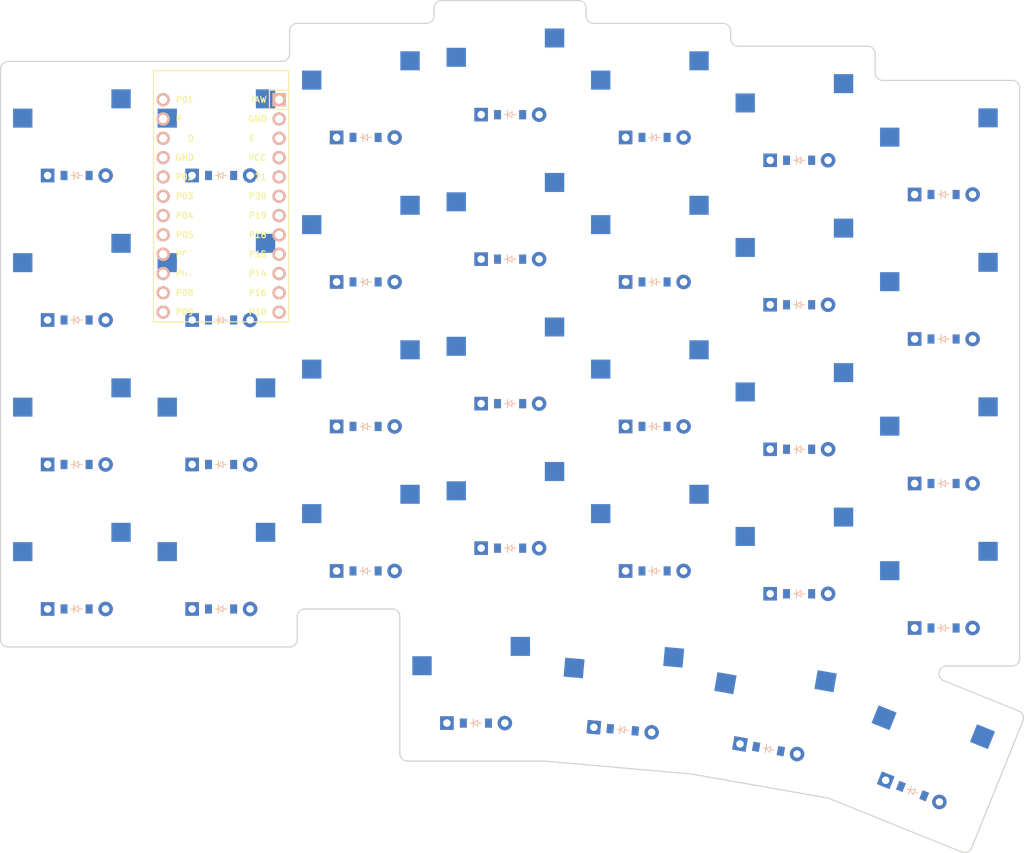
<source format=kicad_pcb>
(kicad_pcb (version 20240108) (generator "pcbnew") (generator_version "8.0")
  (title_block (title "altair") (rev "v1.0.0") (company "Unknown"))
  (layers (0 "F.Cu" signal) (31 "B.Cu" signal) (34 "B.Paste" user) (35 "F.Paste" user) (36 "B.SilkS" user "B.Silkscreen") (37 "F.SilkS" user "F.Silkscreen") (38 "B.Mask" user) (39 "F.Mask" user) (44 "Edge.Cuts" user))
  (net 0 "")
  (net 1 "left_bottom")
  (net 2 "left_home")
  (net 3 "left_top")
  (net 4 "left_num")
  (net 5 "pinky_bottom")
  (net 6 "pinky_home")
  (net 7 "pinky_top")
  (net 8 "pinky_num")
  (net 9 "ring_bottom")
  (net 10 "ring_home")
  (net 11 "ring_top")
  (net 12 "ring_num")
  (net 13 "middle_bottom")
  (net 14 "middle_home")
  (net 15 "middle_top")
  (net 16 "middle_num")
  (net 17 "index_bottom")
  (net 18 "index_home")
  (net 19 "index_top")
  (net 20 "index_num")
  (net 21 "inner_bottom")
  (net 22 "inner_home")
  (net 23 "inner_top")
  (net 24 "inner_num")
  (net 25 "right_bottom")
  (net 26 "right_home")
  (net 27 "right_top")
  (net 28 "right_num")
  (net 29 "left_thumb")
  (net 30 "home_thumb")
  (net 31 "far_thumb")
  (net 32 "out_thumb")
  (net 33 "RAW")
  (net 34 "GND")
  (net 35 "RST")
  (net 36 "VCC")
  (net 37 "P21")
  (net 38 "P20")
  (net 39 "P19")
  (net 40 "P18")
  (net 41 "P15")
  (net 42 "P14")
  (net 43 "P16")
  (net 44 "P10")
  (net 45 "P1")
  (net 46 "P0")
  (net 47 "P2")
  (net 48 "P3")
  (net 49 "P4")
  (net 50 "P5")
  (net 51 "P6")
  (net 52 "P7")
  (net 53 "P8")
  (net 54 "P9")
  (footprint "ComboDiode" (layer "F.Cu") (at 214 50.5)
    (property "Reference" "D28" (hide yes))
    (property "Value" "" (hide yes))
    (pad "1" thru_hole rect (at -3.81 0) (size 1.778 1.778) (drill 0.9906) (layers "*.Cu" "*.Mask"))
    (pad "1" smd rect (at -1.65 0) (size 0.9 1.2) (layers "F.Cu" "F.Paste" "F.Mask"))
    (pad "1" smd rect (at -1.65 0) (size 0.9 1.2) (layers "B.Cu" "B.Paste" "B.Mask"))
    (pad "2" smd rect (at 1.65 0) (size 0.9 1.2) (layers "F.Cu" "F.Paste" "F.Mask") (net 28 "right_num"))
    (pad "2" smd rect (at 1.65 0) (size 0.9 1.2) (layers "B.Cu" "B.Paste" "B.Mask") (net 28 "right_num"))
    (pad "2" thru_hole circle (at 3.81 0) (size 1.905 1.905) (drill 0.9906) (layers "*.Cu" "*.Mask") (net 28 "right_num"))
  )
  (footprint "MX" (layer "F.Cu") (at 119 62)
    (property "Reference" "S7" (hide yes))
    (property "Value" "" (hide yes))
    (pad "" np_thru_hole circle (at -5.08 0) (size 1.7018 1.7018) (drill 1.7018) (layers "*.Cu" "*.Mask"))
    (pad "" np_thru_hole circle (at -3.81 -2.54) (size 3 3) (drill 3) (layers "*.Cu" "*.Mask"))
    (pad "" np_thru_hole circle (at 0 0) (size 3.9878 3.9878) (drill 3.9878) (layers "*.Cu" "*.Mask"))
    (pad "" np_thru_hole circle (at 2.54 -5.08) (size 3 3) (drill 3) (layers "*.Cu" "*.Mask"))
    (pad "" np_thru_hole circle (at 5.08 0) (size 1.7018 1.7018) (drill 1.7018) (layers "*.Cu" "*.Mask"))
    (pad "1" smd rect (at -7.085 -2.54) (size 2.55 2.5) (layers "B.Cu" "B.Paste" "B.Mask"))
    (pad "2" smd rect (at 5.842 -5.08) (size 2.55 2.5) (layers "B.Cu" "B.Paste" "B.Mask") (net 7 "pinky_top"))
  )
  (footprint "MX" (layer "F.Cu") (at 195 60)
    (property "Reference" "S23" (hide yes))
    (property "Value" "" (hide yes))
    (pad "" np_thru_hole circle (at -5.08 0) (size 1.7018 1.7018) (drill 1.7018) (layers "*.Cu" "*.Mask"))
    (pad "" np_thru_hole circle (at -3.81 -2.54) (size 3 3) (drill 3) (layers "*.Cu" "*.Mask"))
    (pad "" np_thru_hole circle (at 0 0) (size 3.9878 3.9878) (drill 3.9878) (layers "*.Cu" "*.Mask"))
    (pad "" np_thru_hole circle (at 2.54 -5.08) (size 3 3) (drill 3) (layers "*.Cu" "*.Mask"))
    (pad "" np_thru_hole circle (at 5.08 0) (size 1.7018 1.7018) (drill 1.7018) (layers "*.Cu" "*.Mask"))
    (pad "1" smd rect (at -7.085 -2.54) (size 2.55 2.5) (layers "B.Cu" "B.Paste" "B.Mask"))
    (pad "2" smd rect (at 5.842 -5.08) (size 2.55 2.5) (layers "B.Cu" "B.Paste" "B.Mask") (net 23 "inner_top"))
  )
  (footprint "MX" (layer "F.Cu") (at 191.844304 118.485925 -10)
    (property "Reference" "S31" (hide yes))
    (property "Value" "" (hide yes))
    (pad "" np_thru_hole circle (at -5.08 0) (size 1.7018 1.7018) (drill 1.7018) (layers "*.Cu" "*.Mask"))
    (pad "" np_thru_hole circle (at -3.81 -2.54) (size 3 3) (drill 3) (layers "*.Cu" "*.Mask"))
    (pad "" np_thru_hole circle (at 0 0) (size 3.9878 3.9878) (drill 3.9878) (layers "*.Cu" "*.Mask"))
    (pad "" np_thru_hole circle (at 2.54 -5.08) (size 3 3) (drill 3) (layers "*.Cu" "*.Mask"))
    (pad "" np_thru_hole circle (at 5.08 0) (size 1.7018 1.7018) (drill 1.7018) (layers "*.Cu" "*.Mask"))
    (pad "1" smd rect (at -7.085 -2.54 350) (size 2.55 2.5) (layers "B.Cu" "B.Paste" "B.Mask"))
    (pad "2" smd rect (at 5.842 -5.08 350) (size 2.55 2.5) (layers "B.Cu" "B.Paste" "B.Mask") (net 31 "far_thumb"))
  )
  (footprint "ProMicro" (layer "F.Cu") (at 119 52 -90)
    (property "Reference" "MCU1" (hide yes))
    (property "Value" "" (hide yes))
    (fp_text user "P10" (at 13.97 -4.8 0) (layer "F.SilkS") (effects (font (size 0.8 0.8))))
    (fp_text user "P01" (at -13.97 4.8 0) (layer "F.SilkS") (effects (font (size 0.8 0.8))))
    (fp_text user "P09" (at 13.97 4.8 0) (layer "F.SilkS") (effects (font (size 0.8 0.8))))
    (fp_text user "P16" (at 11.43 -4.8 0) (layer "F.SilkS") (effects (font (size 0.8 0.8))))
    (fp_text user "P02" (at -3.81 4.8 0) (layer "F.SilkS") (effects (font (size 0.8 0.8))))
    (fp_text user "P06" (at 6.35 4.8 0) (layer "F.SilkS") (effects (font (size 0.8 0.8))))
    (fp_text user "GND" (at -8.89 4.8 0) (layer "F.SilkS") (effects (font (size 0.8 0.8))))
    (fp_text user "P15" (at 6.35 -4.8 0) (layer "F.SilkS") (effects (font (size 0.8 0.8))))
    (fp_text user "P19" (at 1.27 -4.8 0) (layer "F.SilkS") (effects (font (size 0.8 0.8))))
    (fp_text user "P14" (at 8.89 -4.8 0) (layer "F.SilkS") (effects (font (size 0.8 0.8))))
    (fp_text user "P08" (at 11.43 4.8 0) (layer "F.SilkS") (effects (font (size 0.8 0.8))))
    (fp_text user "P05" (at 3.81 4.8 0) (layer "F.SilkS") (effects (font (size 0.8 0.8))))
    (fp_text user "VCC" (at -6.35 -4.8 0) (layer "F.SilkS") (effects (font (size 0.8 0.8))))
    (fp_text user "P07" (at 8.89 4.8 0) (layer "F.SilkS") (effects (font (size 0.8 0.8))))
    (fp_text user "P00" (at -11.43 4.8 0) (layer "F.SilkS") (effects (font (size 0.8 0.8))))
    (fp_text user "P18" (at 3.81 -4.8 0) (layer "F.SilkS") (effects (font (size 0.8 0.8))))
    (fp_text user "P04" (at 1.27 4.8 0) (layer "F.SilkS") (effects (font (size 0.8 0.8))))
    (fp_text user "P21" (at -3.81 -4.8 0) (layer "F.SilkS") (effects (font (size 0.8 0.8))))
    (fp_text user "GND" (at -11.43 -4.8 0) (layer "F.SilkS") (effects (font (size 0.8 0.8))))
    (fp_text user "P03" (at -1.27 4.8 0) (layer "F.SilkS") (effects (font (size 0.8 0.8))))
    (fp_text user "RAW" (at -13.97 -4.8 0) (layer "F.SilkS") (effects (font (size 0.8 0.8))))
    (fp_text user "P20" (at -1.27 -4.8 0) (layer "F.SilkS") (effects (font (size 0.8 0.8))))
    (fp_text user "RST" (at -8.89 -4.8 0) (layer "F.SilkS") (effects (font (size 0.8 0.8))))
    (fp_text user "GND" (at -6.35 4.8 0) (layer "F.SilkS") (effects (font (size 0.8 0.8))))
    (pad "1" thru_hole rect (at -13.97 -7.62 270) (size 1.7526 1.7526) (drill 1.0922) (layers "*.Cu" "*.SilkS" "*.Mask") (net 33 "RAW"))
    (pad "2" thru_hole circle (at -11.43 -7.62) (size 1.7526 1.7526) (drill 1.0922) (layers "*.Cu" "*.SilkS" "*.Mask") (net 34 "GND"))
    (pad "3" thru_hole circle (at -8.89 -7.62) (size 1.7526 1.7526) (drill 1.0922) (layers "*.Cu" "*.SilkS" "*.Mask") (net 35 "RST"))
    (pad "4" thru_hole circle (at -6.35 -7.62) (size 1.7526 1.7526) (drill 1.0922) (layers "*.Cu" "*.SilkS" "*.Mask") (net 36 "VCC"))
    (pad "5" thru_hole circle (at -3.81 -7.62) (size 1.7526 1.7526) (drill 1.0922) (layers "*.Cu" "*.SilkS" "*.Mask") (net 37 "P21"))
    (pad "6" thru_hole circle (at -1.27 -7.62) (size 1.7526 1.7526) (drill 1.0922) (layers "*.Cu" "*.SilkS" "*.Mask") (net 38 "P20"))
    (pad "7" thru_hole circle (at 1.27 -7.62) (size 1.7526 1.7526) (drill 1.0922) (layers "*.Cu" "*.SilkS" "*.Mask") (net 39 "P19"))
    (pad "8" thru_hole circle (at 3.81 -7.62) (size 1.7526 1.7526) (drill 1.0922) (layers "*.Cu" "*.SilkS" "*.Mask") (net 40 "P18"))
    (pad "9" thru_hole circle (at 6.35 -7.62) (size 1.7526 1.7526) (drill 1.0922) (layers "*.Cu" "*.SilkS" "*.Mask") (net 41 "P15"))
    (pad "10" thru_hole circle (at 8.89 -7.62) (size 1.7526 1.7526) (drill 1.0922) (layers "*.Cu" "*.SilkS" "*.Mask") (net 42 "P14"))
    (pad "11" thru_hole circle (at 11.43 -7.62) (size 1.7526 1.7526) (drill 1.0922) (layers "*.Cu" "*.SilkS" "*.Mask") (net 43 "P16"))
    (pad "12" thru_hole circle (at 13.97 -7.62) (size 1.7526 1.7526) (drill 1.0922) (layers "*.Cu" "*.SilkS" "*.Mask") (net 44 "P10"))
    (pad "13" thru_hole circle (at -13.97 7.62) (size 1.7526 1.7526) (drill 1.0922) (layers "*.Cu" "*.SilkS" "*.Mask") (net 45 "P1"))
    (pad "14" thru_hole circle (at -11.43 7.62) (size 1.7526 1.7526) (drill 1.0922) (layers "*.Cu" "*.SilkS" "*.Mask") (net 46 "P0"))
    (pad "15" thru_hole circle (at -8.89 7.62) (size 1.7526 1.7526) (drill 1.0922) (layers "*.Cu" "*.SilkS" "*.Mask") (net 34 "GND"))
    (pad "16" thru_hole circle (at -6.35 7.62) (size 1.7526 1.7526) (drill 1.0922) (layers "*.Cu" "*.SilkS" "*.Mask") (net 34 "GND"))
    (pad "17" thru_hole circle (at -3.81 7.62) (size 1.7526 1.7526) (drill 1.0922) (layers "*.Cu" "*.SilkS" "*.Mask") (net 47 "P2"))
    (pad "18" thru_hole circle (at -1.27 7.62) (size 1.7526 1.7526) (drill 1.0922) (layers "*.Cu" "*.SilkS" "*.Mask") (net 48 "P3"))
    (pad "19" thru_hole circle (at 1.27 7.62) (size 1.7526 1.7526) (drill 1.0922) (layers "*.Cu" "*.SilkS" "*.Mask") (net 49 "P4"))
    (pad "20" thru_hole circle (at 3.81 7.62) (size 1.7526 1.7526) (drill 1.0922) (layers "*.Cu" "*.SilkS" "*.Mask") (net 50 "P5"))
    (pad "21" thru_hole circle (at 6.35 7.62) (size 1.7526 1.7526) (drill 1.0922) (layers "*.Cu" "*.SilkS" "*.Mask") (net 51 "P6"))
    (pad "22" thru_hole circle (at 8.89 7.62) (size 1.7526 1.7526) (drill 1.0922) (layers "*.Cu" "*.SilkS" "*.Mask") (net 52 "P7"))
    (pad "23" thru_hole circle (at 11.43 7.62) (size 1.7526 1.7526) (drill 1.0922) (layers "*.Cu" "*.SilkS" "*.Mask") (net 53 "P8"))
    (pad "24" thru_hole circle (at 13.97 7.62) (size 1.7526 1.7526) (drill 1.0922) (layers "*.Cu" "*.SilkS" "*.Mask") (net 54 "P9"))
  )
  (footprint "MX" (layer "F.Cu") (at 138 38)
    (property "Reference" "S12" (hide yes))
    (property "Value" "" (hide yes))
    (pad "" np_thru_hole circle (at -5.08 0) (size 1.7018 1.7018) (drill 1.7018) (layers "*.Cu" "*.Mask"))
    (pad "" np_thru_hole circle (at -3.81 -2.54) (size 3 3) (drill 3) (layers "*.Cu" "*.Mask"))
    (pad "" np_thru_hole circle (at 0 0) (size 3.9878 3.9878) (drill 3.9878) (layers "*.Cu" "*.Mask"))
    (pad "" np_thru_hole circle (at 2.54 -5.08) (size 3 3) (drill 3) (layers "*.Cu" "*.Mask"))
    (pad "" np_thru_hole circle (at 5.08 0) (size 1.7018 1.7018) (drill 1.7018) (layers "*.Cu" "*.Mask"))
    (pad "1" smd rect (at -7.085 -2.54) (size 2.55 2.5) (layers "B.Cu" "B.Paste" "B.Mask"))
    (pad "2" smd rect (at 5.842 -5.08) (size 2.55 2.5) (layers "B.Cu" "B.Paste" "B.Mask") (net 12 "ring_num"))
  )
  (footprint "ComboDiode" (layer "F.Cu") (at 100 48)
    (property "Reference" "D4" (hide yes))
    (property "Value" "" (hide yes))
    (pad "1" thru_hole rect (at -3.81 0) (size 1.778 1.778) (drill 0.9906) (layers "*.Cu" "*.Mask"))
    (pad "1" smd rect (at -1.65 0) (size 0.9 1.2) (layers "F.Cu" "F.Paste" "F.Mask"))
    (pad "1" smd rect (at -1.65 0) (size 0.9 1.2) (layers "B.Cu" "B.Paste" "B.Mask"))
    (pad "2" smd rect (at 1.65 0) (size 0.9 1.2) (layers "F.Cu" "F.Paste" "F.Mask") (net 4 "left_num"))
    (pad "2" smd rect (at 1.65 0) (size 0.9 1.2) (layers "B.Cu" "B.Paste" "B.Mask") (net 4 "left_num"))
    (pad "2" thru_hole circle (at 3.81 0) (size 1.905 1.905) (drill 0.9906) (layers "*.Cu" "*.Mask") (net 4 "left_num"))
  )
  (footprint "ComboDiode" (layer "F.Cu") (at 195 65)
    (property "Reference" "D23" (hide yes))
    (property "Value" "" (hide yes))
    (pad "1" thru_hole rect (at -3.81 0) (size 1.778 1.778) (drill 0.9906) (layers "*.Cu" "*.Mask"))
    (pad "1" smd rect (at -1.65 0) (size 0.9 1.2) (layers "F.Cu" "F.Paste" "F.Mask"))
    (pad "1" smd rect (at -1.65 0) (size 0.9 1.2) (layers "B.Cu" "B.Paste" "B.Mask"))
    (pad "2" smd rect (at 1.65 0) (size 0.9 1.2) (layers "F.Cu" "F.Paste" "F.Mask") (net 23 "inner_top"))
    (pad "2" smd rect (at 1.65 0) (size 0.9 1.2) (layers "B.Cu" "B.Paste" "B.Mask") (net 23 "inner_top"))
    (pad "2" thru_hole circle (at 3.81 0) (size 1.905 1.905) (drill 0.9906) (layers "*.Cu" "*.Mask") (net 23 "inner_top"))
  )
  (footprint "MX" (layer "F.Cu") (at 138 76)
    (property "Reference" "S10" (hide yes))
    (property "Value" "" (hide yes))
    (pad "" np_thru_hole circle (at -5.08 0) (size 1.7018 1.7018) (drill 1.7018) (layers "*.Cu" "*.Mask"))
    (pad "" np_thru_hole circle (at -3.81 -2.54) (size 3 3) (drill 3) (layers "*.Cu" "*.Mask"))
    (pad "" np_thru_hole circle (at 0 0) (size 3.9878 3.9878) (drill 3.9878) (layers "*.Cu" "*.Mask"))
    (pad "" np_thru_hole circle (at 2.54 -5.08) (size 3 3) (drill 3) (layers "*.Cu" "*.Mask"))
    (pad "" np_thru_hole circle (at 5.08 0) (size 1.7018 1.7018) (drill 1.7018) (layers "*.Cu" "*.Mask"))
    (pad "1" smd rect (at -7.085 -2.54) (size 2.55 2.5) (layers "B.Cu" "B.Paste" "B.Mask"))
    (pad "2" smd rect (at 5.842 -5.08) (size 2.55 2.5) (layers "B.Cu" "B.Paste" "B.Mask") (net 10 "ring_home"))
  )
  (footprint "MX" (layer "F.Cu") (at 157 92)
    (property "Reference" "S13" (hide yes))
    (property "Value" "" (hide yes))
    (pad "" np_thru_hole circle (at -5.08 0) (size 1.7018 1.7018) (drill 1.7018) (layers "*.Cu" "*.Mask"))
    (pad "" np_thru_hole circle (at -3.81 -2.54) (size 3 3) (drill 3) (layers "*.Cu" "*.Mask"))
    (pad "" np_thru_hole circle (at 0 0) (size 3.9878 3.9878) (drill 3.9878) (layers "*.Cu" "*.Mask"))
    (pad "" np_thru_hole circle (at 2.54 -5.08) (size 3 3) (drill 3) (layers "*.Cu" "*.Mask"))
    (pad "" np_thru_hole circle (at 5.08 0) (size 1.7018 1.7018) (drill 1.7018) (layers "*.Cu" "*.Mask"))
    (pad "1" smd rect (at -7.085 -2.54) (size 2.55 2.5) (layers "B.Cu" "B.Paste" "B.Mask"))
    (pad "2" smd rect (at 5.842 -5.08) (size 2.55 2.5) (layers "B.Cu" "B.Paste" "B.Mask") (net 13 "middle_bottom"))
  )
  (footprint "ComboDiode" (layer "F.Cu") (at 138 100)
    (property "Reference" "D9" (hide yes))
    (property "Value" "" (hide yes))
    (pad "1" thru_hole rect (at -3.81 0) (size 1.778 1.778) (drill 0.9906) (layers "*.Cu" "*.Mask"))
    (pad "1" smd rect (at -1.65 0) (size 0.9 1.2) (layers "F.Cu" "F.Paste" "F.Mask"))
    (pad "1" smd rect (at -1.65 0) (size 0.9 1.2) (layers "B.Cu" "B.Paste" "B.Mask"))
    (pad "2" smd rect (at 1.65 0) (size 0.9 1.2) (layers "F.Cu" "F.Paste" "F.Mask") (net 9 "ring_bottom"))
    (pad "2" smd rect (at 1.65 0) (size 0.9 1.2) (layers "B.Cu" "B.Paste" "B.Mask") (net 9 "ring_bottom"))
    (pad "2" thru_hole circle (at 3.81 0) (size 1.905 1.905) (drill 0.9906) (layers "*.Cu" "*.Mask") (net 9 "ring_bottom"))
  )
  (footprint "MX" (layer "F.Cu") (at 176 38)
    (property "Reference" "S20" (hide yes))
    (property "Value" "" (hide yes))
    (pad "" np_thru_hole circle (at -5.08 0) (size 1.7018 1.7018) (drill 1.7018) (layers "*.Cu" "*.Mask"))
    (pad "" np_thru_hole circle (at -3.81 -2.54) (size 3 3) (drill 3) (layers "*.Cu" "*.Mask"))
    (pad "" np_thru_hole circle (at 0 0) (size 3.9878 3.9878) (drill 3.9878) (layers "*.Cu" "*.Mask"))
    (pad "" np_thru_hole circle (at 2.54 -5.08) (size 3 3) (drill 3) (layers "*.Cu" "*.Mask"))
    (pad "" np_thru_hole circle (at 5.08 0) (size 1.7018 1.7018) (drill 1.7018) (layers "*.Cu" "*.Mask"))
    (pad "1" smd rect (at -7.085 -2.54) (size 2.55 2.5) (layers "B.Cu" "B.Paste" "B.Mask"))
    (pad "2" smd rect (at 5.842 -5.08) (size 2.55 2.5) (layers "B.Cu" "B.Paste" "B.Mask") (net 20 "index_num"))
  )
  (footprint "MX" (layer "F.Cu") (at 172.246349 115.905805 -5)
    (property "Reference" "S30" (hide yes))
    (property "Value" "" (hide yes))
    (pad "" np_thru_hole circle (at -5.08 0) (size 1.7018 1.7018) (drill 1.7018) (layers "*.Cu" "*.Mask"))
    (pad "" np_thru_hole circle (at -3.81 -2.54) (size 3 3) (drill 3) (layers "*.Cu" "*.Mask"))
    (pad "" np_thru_hole circle (at 0 0) (size 3.9878 3.9878) (drill 3.9878) (layers "*.Cu" "*.Mask"))
    (pad "" np_thru_hole circle (at 2.54 -5.08) (size 3 3) (drill 3) (layers "*.Cu" "*.Mask"))
    (pad "" np_thru_hole circle (at 5.08 0) (size 1.7018 1.7018) (drill 1.7018) (layers "*.Cu" "*.Mask"))
    (pad "1" smd rect (at -7.085 -2.54 355) (size 2.55 2.5) (layers "B.Cu" "B.Paste" "B.Mask"))
    (pad "2" smd rect (at 5.842 -5.08 355) (size 2.55 2.5) (layers "B.Cu" "B.Paste" "B.Mask") (net 30 "home_thumb"))
  )
  (footprint "ComboDiode" (layer "F.Cu") (at 119 67)
    (property "Reference" "D7" (hide yes))
    (property "Value" "" (hide yes))
    (pad "1" thru_hole rect (at -3.81 0) (size 1.778 1.778) (drill 0.9906) (layers "*.Cu" "*.Mask"))
    (pad "1" smd rect (at -1.65 0) (size 0.9 1.2) (layers "F.Cu" "F.Paste" "F.Mask"))
    (pad "1" smd rect (at -1.65 0) (size 0.9 1.2) (layers "B.Cu" "B.Paste" "B.Mask"))
    (pad "2" smd rect (at 1.65 0) (size 0.9 1.2) (layers "F.Cu" "F.Paste" "F.Mask") (net 7 "pinky_top"))
    (pad "2" smd rect (at 1.65 0) (size 0.9 1.2) (layers "B.Cu" "B.Paste" "B.Mask") (net 7 "pinky_top"))
    (pad "2" thru_hole circle (at 3.81 0) (size 1.905 1.905) (drill 0.9906) (layers "*.Cu" "*.Mask") (net 7 "pinky_top"))
  )
  (footprint "ComboDiode" (layer "F.Cu") (at 214 107.5)
    (property "Reference" "D25" (hide yes))
    (property "Value" "" (hide yes))
    (pad "1" thru_hole rect (at -3.81 0) (size 1.778 1.778) (drill 0.9906) (layers "*.Cu" "*.Mask"))
    (pad "1" smd rect (at -1.65 0) (size 0.9 1.2) (layers "F.Cu" "F.Paste" "F.Mask"))
    (pad "1" smd rect (at -1.65 0) (size 0.9 1.2) (layers "B.Cu" "B.Paste" "B.Mask"))
    (pad "2" smd rect (at 1.65 0) (size 0.9 1.2) (layers "F.Cu" "F.Paste" "F.Mask") (net 25 "right_bottom"))
    (pad "2" smd rect (at 1.65 0) (size 0.9 1.2) (layers "B.Cu" "B.Paste" "B.Mask") (net 25 "right_bottom"))
    (pad "2" thru_hole circle (at 3.81 0) (size 1.905 1.905) (drill 0.9906) (layers "*.Cu" "*.Mask") (net 25 "right_bottom"))
  )
  (footprint "MX" (layer "F.Cu") (at 176 57)
    (property "Reference" "S19" (hide yes))
    (property "Value" "" (hide yes))
    (pad "" np_thru_hole circle (at -5.08 0) (size 1.7018 1.7018) (drill 1.7018) (layers "*.Cu" "*.Mask"))
    (pad "" np_thru_hole circle (at -3.81 -2.54) (size 3 3) (drill 3) (layers "*.Cu" "*.Mask"))
    (pad "" np_thru_hole circle (at 0 0) (size 3.9878 3.9878) (drill 3.9878) (layers "*.Cu" "*.Mask"))
    (pad "" np_thru_hole circle (at 2.54 -5.08) (size 3 3) (drill 3) (layers "*.Cu" "*.Mask"))
    (pad "" np_thru_hole circle (at 5.08 0) (size 1.7018 1.7018) (drill 1.7018) (layers "*.Cu" "*.Mask"))
    (pad "1" smd rect (at -7.085 -2.54) (size 2.55 2.5) (layers "B.Cu" "B.Paste" "B.Mask"))
    (pad "2" smd rect (at 5.842 -5.08) (size 2.55 2.5) (layers "B.Cu" "B.Paste" "B.Mask") (net 19 "index_top"))
  )
  (footprint "ComboDiode" (layer "F.Cu") (at 176 62)
    (property "Reference" "D19" (hide yes))
    (property "Value" "" (hide yes))
    (pad "1" thru_hole rect (at -3.81 0) (size 1.778 1.778) (drill 0.9906) (layers "*.Cu" "*.Mask"))
    (pad "1" smd rect (at -1.65 0) (size 0.9 1.2) (layers "F.Cu" "F.Paste" "F.Mask"))
    (pad "1" smd rect (at -1.65 0) (size 0.9 1.2) (layers "B.Cu" "B.Paste" "B.Mask"))
    (pad "2" smd rect (at 1.65 0) (size 0.9 1.2) (layers "F.Cu" "F.Paste" "F.Mask") (net 19 "index_top"))
    (pad "2" smd rect (at 1.65 0) (size 0.9 1.2) (layers "B.Cu" "B.Paste" "B.Mask") (net 19 "index_top"))
    (pad "2" thru_hole circle (at 3.81 0) (size 1.905 1.905) (drill 0.9906) (layers "*.Cu" "*.Mask") (net 19 "index_top"))
  )
  (footprint "MX" (layer "F.Cu") (at 157 54)
    (property "Reference" "S15" (hide yes))
    (property "Value" "" (hide yes))
    (pad "" np_thru_hole circle (at -5.08 0) (size 1.7018 1.7018) (drill 1.7018) (layers "*.Cu" "*.Mask"))
    (pad "" np_thru_hole circle (at -3.81 -2.54) (size 3 3) (drill 3) (layers "*.Cu" "*.Mask"))
    (pad "" np_thru_hole circle (at 0 0) (size 3.9878 3.9878) (drill 3.9878) (layers "*.Cu" "*.Mask"))
    (pad "" np_thru_hole circle (at 2.54 -5.08) (size 3 3) (drill 3) (layers "*.Cu" "*.Mask"))
    (pad "" np_thru_hole circle (at 5.08 0) (size 1.7018 1.7018) (drill 1.7018) (layers "*.Cu" "*.Mask"))
    (pad "1" smd rect (at -7.085 -2.54) (size 2.55 2.5) (layers "B.Cu" "B.Paste" "B.Mask"))
    (pad "2" smd rect (at 5.842 -5.08) (size 2.55 2.5) (layers "B.Cu" "B.Paste" "B.Mask") (net 15 "middle_top"))
  )
  (footprint "MX" (layer "F.Cu") (at 138 57)
    (property "Reference" "S11" (hide yes))
    (property "Value" "" (hide yes))
    (pad "" np_thru_hole circle (at -5.08 0) (size 1.7018 1.7018) (drill 1.7018) (layers "*.Cu" "*.Mask"))
    (pad "" np_thru_hole circle (at -3.81 -2.54) (size 3 3) (drill 3) (layers "*.Cu" "*.Mask"))
    (pad "" np_thru_hole circle (at 0 0) (size 3.9878 3.9878) (drill 3.9878) (layers "*.Cu" "*.Mask"))
    (pad "" np_thru_hole circle (at 2.54 -5.08) (size 3 3) (drill 3) (layers "*.Cu" "*.Mask"))
    (pad "" np_thru_hole circle (at 5.08 0) (size 1.7018 1.7018) (drill 1.7018) (layers "*.Cu" "*.Mask"))
    (pad "1" smd rect (at -7.085 -2.54) (size 2.55 2.5) (layers "B.Cu" "B.Paste" "B.Mask"))
    (pad "2" smd rect (at 5.842 -5.08) (size 2.55 2.5) (layers "B.Cu" "B.Paste" "B.Mask") (net 11 "ring_top"))
  )
  (footprint "MX" (layer "F.Cu") (at 138 95)
    (property "Reference" "S9" (hide yes))
    (property "Value" "" (hide yes))
    (pad "" np_thru_hole circle (at -5.08 0) (size 1.7018 1.7018) (drill 1.7018) (layers "*.Cu" "*.Mask"))
    (pad "" np_thru_hole circle (at -3.81 -2.54) (size 3 3) (drill 3) (layers "*.Cu" "*.Mask"))
    (pad "" np_thru_hole circle (at 0 0) (size 3.9878 3.9878) (drill 3.9878) (layers "*.Cu" "*.Mask"))
    (pad "" np_thru_hole circle (at 2.54 -5.08) (size 3 3) (drill 3) (layers "*.Cu" "*.Mask"))
    (pad "" np_thru_hole circle (at 5.08 0) (size 1.7018 1.7018) (drill 1.7018) (layers "*.Cu" "*.Mask"))
    (pad "1" smd rect (at -7.085 -2.54) (size 2.55 2.5) (layers "B.Cu" "B.Paste" "B.Mask"))
    (pad "2" smd rect (at 5.842 -5.08) (size 2.55 2.5) (layers "B.Cu" "B.Paste" "B.Mask") (net 9 "ring_bottom"))
  )
  (footprint "MX" (layer "F.Cu") (at 119 100)
    (property "Reference" "S5" (hide yes))
    (property "Value" "" (hide yes))
    (pad "" np_thru_hole circle (at -5.08 0) (size 1.7018 1.7018) (drill 1.7018) (layers "*.Cu" "*.Mask"))
    (pad "" np_thru_hole circle (at -3.81 -2.54) (size 3 3) (drill 3) (layers "*.Cu" "*.Mask"))
    (pad "" np_thru_hole circle (at 0 0) (size 3.9878 3.9878) (drill 3.9878) (layers "*.Cu" "*.Mask"))
    (pad "" np_thru_hole circle (at 2.54 -5.08) (size 3 3) (drill 3) (layers "*.Cu" "*.Mask"))
    (pad "" np_thru_hole circle (at 5.08 0) (size 1.7018 1.7018) (drill 1.7018) (layers "*.Cu" "*.Mask"))
    (pad "1" smd rect (at -7.085 -2.54) (size 2.55 2.5) (layers "B.Cu" "B.Paste" "B.Mask"))
    (pad "2" smd rect (at 5.842 -5.08) (size 2.55 2.5) (layers "B.Cu" "B.Paste" "B.Mask") (net 5 "pinky_bottom"))
  )
  (footprint "ComboDiode" (layer "F.Cu") (at 138 43)
    (property "Reference" "D12" (hide yes))
    (property "Value" "" (hide yes))
    (pad "1" thru_hole rect (at -3.81 0) (size 1.778 1.778) (drill 0.9906) (layers "*.Cu" "*.Mask"))
    (pad "1" smd rect (at -1.65 0) (size 0.9 1.2) (layers "F.Cu" "F.Paste" "F.Mask"))
    (pad "1" smd rect (at -1.65 0) (size 0.9 1.2) (layers "B.Cu" "B.Paste" "B.Mask"))
    (pad "2" smd rect (at 1.65 0) (size 0.9 1.2) (layers "F.Cu" "F.Paste" "F.Mask") (net 12 "ring_num"))
    (pad "2" smd rect (at 1.65 0) (size 0.9 1.2) (layers "B.Cu" "B.Paste" "B.Mask") (net 12 "ring_num"))
    (pad "2" thru_hole circle (at 3.81 0) (size 1.905 1.905) (drill 0.9906) (layers "*.Cu" "*.Mask") (net 12 "ring_num"))
  )
  (footprint "ComboDiode" (layer "F.Cu") (at 190.976063 123.409964 -10)
    (property "Reference" "D31" (hide yes))
    (property "Value" "" (hide yes))
    (pad "1" thru_hole rect (at -3.810001 0 350) (size 1.778 1.778) (drill 0.9906) (layers "*.Cu" "*.Mask"))
    (pad "1" smd rect (at -1.65 0.000001 350) (size 0.9 1.2) (layers "F.Cu" "F.Paste" "F.Mask"))
    (pad "1" smd rect (at -1.65 0.000001 350) (size 0.9 1.2) (layers "B.Cu" "B.Paste" "B.Mask"))
    (pad "2" smd rect (at 1.65 -0.000001 350) (size 0.9 1.2) (layers "F.Cu" "F.Paste" "F.Mask") (net 31 "far_thumb"))
    (pad "2" smd rect (at 1.65 -0.000001 350) (size 0.9 1.2) (layers "B.Cu" "B.Paste" "B.Mask") (net 31 "far_thumb"))
    (pad "2" thru_hole circle (at 3.810001 0 350) (size 1.905 1.905) (drill 0.9906) (layers "*.Cu" "*.Mask") (net 31 "far_thumb"))
  )
  (footprint "ComboDiode" (layer "F.Cu") (at 100 105)
    (property "Reference" "D1" (hide yes))
    (property "Value" "" (hide yes))
    (pad "1" thru_hole rect (at -3.81 0) (size 1.778 1.778) (drill 0.9906) (layers "*.Cu" "*.Mask"))
    (pad "1" smd rect (at -1.65 0) (size 0.9 1.2) (layers "F.Cu" "F.Paste" "F.Mask"))
    (pad "1" smd rect (at -1.65 0) (size 0.9 1.2) (layers "B.Cu" "B.Paste" "B.Mask"))
    (pad "2" smd rect (at 1.65 0) (size 0.9 1.2) (layers "F.Cu" "F.Paste" "F.Mask") (net 1 "left_bottom"))
    (pad "2" smd rect (at 1.65 0) (size 0.9 1.2) (layers "B.Cu" "B.Paste" "B.Mask") (net 1 "left_bottom"))
    (pad "2" thru_hole circle (at 3.81 0) (size 1.905 1.905) (drill 0.9906) (layers "*.Cu" "*.Mask") (net 1 "left_bottom"))
  )
  (footprint "MX" (layer "F.Cu") (at 100 43)
    (property "Reference" "S4" (hide yes))
    (property "Value" "" (hide yes))
    (pad "" np_thru_hole circle (at -5.08 0) (size 1.7018 1.7018) (drill 1.7018) (layers "*.Cu" "*.Mask"))
    (pad "" np_thru_hole circle (at -3.81 -2.54) (size 3 3) (drill 3) (layers "*.Cu" "*.Mask"))
    (pad "" np_thru_hole circle (at 0 0) (size 3.9878 3.9878) (drill 3.9878) (layers "*.Cu" "*.Mask"))
    (pad "" np_thru_hole circle (at 2.54 -5.08) (size 3 3) (drill 3) (layers "*.Cu" "*.Mask"))
    (pad "" np_thru_hole circle (at 5.08 0) (size 1.7018 1.7018) (drill 1.7018) (layers "*.Cu" "*.Mask"))
    (pad "1" smd rect (at -7.085 -2.54) (size 2.55 2.5) (layers "B.Cu" "B.Paste" "B.Mask"))
    (pad "2" smd rect (at 5.842 -5.08) (size 2.55 2.5) (layers "B.Cu" "B.Paste" "B.Mask") (net 4 "left_num"))
  )
  (footprint "MX" (layer "F.Cu") (at 214 64.5)
    (property "Reference" "S27" (hide yes))
    (property "Value" "" (hide yes))
    (pad "" np_thru_hole circle (at -5.08 0) (size 1.7018 1.7018) (drill 1.7018) (layers "*.Cu" "*.Mask"))
    (pad "" np_thru_hole circle (at -3.81 -2.54) (size 3 3) (drill 3) (layers "*.Cu" "*.Mask"))
    (pad "" np_thru_hole circle (at 0 0) (size 3.9878 3.9878) (drill 3.9878) (layers "*.Cu" "*.Mask"))
    (pad "" np_thru_hole circle (at 2.54 -5.08) (size 3 3) (drill 3) (layers "*.Cu" "*.Mask"))
    (pad "" np_thru_hole circle (at 5.08 0) (size 1.7018 1.7018) (drill 1.7018) (layers "*.Cu" "*.Mask"))
    (pad "1" smd rect (at -7.085 -2.54) (size 2.55 2.5) (layers "B.Cu" "B.Paste" "B.Mask"))
    (pad "2" smd rect (at 5.842 -5.08) (size 2.55 2.5) (layers "B.Cu" "B.Paste" "B.Mask") (net 27 "right_top"))
  )
  (footprint "ComboDiode" (layer "F.Cu") (at 214 69.5)
    (property "Reference" "D27" (hide yes))
    (property "Value" "" (hide yes))
    (pad "1" thru_hole rect (at -3.81 0) (size 1.778 1.778) (drill 0.9906) (layers "*.Cu" "*.Mask"))
    (pad "1" smd rect (at -1.65 0) (size 0.9 1.2) (layers "F.Cu" "F.Paste" "F.Mask"))
    (pad "1" smd rect (at -1.65 0) (size 0.9 1.2) (layers "B.Cu" "B.Paste" "B.Mask"))
    (pad "2" smd rect (at 1.65 0) (size 0.9 1.2) (layers "F.Cu" "F.Paste" "F.Mask") (net 27 "right_top"))
    (pad "2" smd rect (at 1.65 0) (size 0.9 1.2) (layers "B.Cu" "B.Paste" "B.Mask") (net 27 "right_top"))
    (pad "2" thru_hole circle (at 3.81 0) (size 1.905 1.905) (drill 0.9906) (layers "*.Cu" "*.Mask") (net 27 "right_top"))
  )
  (footprint "ComboDiode" (layer "F.Cu") (at 100 67)
    (property "Reference" "D3" (hide yes))
    (property "Value" "" (hide yes))
    (pad "1" thru_hole rect (at -3.81 0) (size 1.778 1.778) (drill 0.9906) (layers "*.Cu" "*.Mask"))
    (pad "1" smd rect (at -1.65 0) (size 0.9 1.2) (layers "F.Cu" "F.Paste" "F.Mask"))
    (pad "1" smd rect (at -1.65 0) (size 0.9 1.2) (layers "B.Cu" "B.Paste" "B.Mask"))
    (pad "2" smd rect (at 1.65 0) (size 0.9 1.2) (layers "F.Cu" "F.Paste" "F.Mask") (net 3 "left_top"))
    (pad "2" smd rect (at 1.65 0) (size 0.9 1.2) (layers "B.Cu" "B.Paste" "B.Mask") (net 3 "left_top"))
    (pad "2" thru_hole circle (at 3.81 0) (size 1.905 1.905) (drill 0.9906) (layers "*.Cu" "*.Mask") (net 3 "left_top"))
  )
  (footprint "ComboDiode" (layer "F.Cu") (at 157 78)
    (property "Reference" "D14" (hide yes))
    (property "Value" "" (hide yes))
    (pad "1" thru_hole rect (at -3.81 0) (size 1.778 1.778) (drill 0.9906) (layers "*.Cu" "*.Mask"))
    (pad "1" smd rect (at -1.65 0) (size 0.9 1.2) (layers "F.Cu" "F.Paste" "F.Mask"))
    (pad "1" smd rect (at -1.65 0) (size 0.9 1.2) (layers "B.Cu" "B.Paste" "B.Mask"))
    (pad "2" smd rect (at 1.65 0) (size 0.9 1.2) (layers "F.Cu" "F.Paste" "F.Mask") (net 14 "middle_home"))
    (pad "2" smd rect (at 1.65 0) (size 0.9 1.2) (layers "B.Cu" "B.Paste" "B.Mask") (net 14 "middle_home"))
    (pad "2" thru_hole circle (at 3.81 0) (size 1.905 1.905) (drill 0.9906) (layers "*.Cu" "*.Mask") (net 14 "middle_home"))
  )
  (footprint "MX" (layer "F.Cu") (at 157 35)
    (property "Reference" "S16" (hide yes))
    (property "Value" "" (hide yes))
    (pad "" np_thru_hole circle (at -5.08 0) (size 1.7018 1.7018) (drill 1.7018) (layers "*.Cu" "*.Mask"))
    (pad "" np_thru_hole circle (at -3.81 -2.54) (size 3 3) (drill 3) (layers "*.Cu" "*.Mask"))
    (pad "" np_thru_hole circle (at 0 0) (size 3.9878 3.9878) (drill 3.9878) (layers "*.Cu" "*.Mask"))
    (pad "" np_thru_hole circle (at 2.54 -5.08) (size 3 3) (drill 3) (layers "*.Cu" "*.Mask"))
    (pad "" np_thru_hole circle (at 5.08 0) (size 1.7018 1.7018) (drill 1.7018) (layers "*.Cu" "*.Mask"))
    (pad "1" smd rect (at -7.085 -2.54) (size 2.55 2.5) (layers "B.Cu" "B.Paste" "B.Mask"))
    (pad "2" smd rect (at 5.842 -5.08) (size 2.55 2.5) (layers "B.Cu" "B.Paste" "B.Mask") (net 16 "middle_num"))
  )
  (footprint "MX" (layer "F.Cu") (at 119 43)
    (property "Reference" "S8" (hide yes))
    (property "Value" "" (hide yes))
    (pad "" np_thru_hole circle (at -5.08 0) (size 1.7018 1.7018) (drill 1.7018) (layers "*.Cu" "*.Mask"))
    (pad "" np_thru_hole circle (at -3.81 -2.54) (size 3 3) (drill 3) (layers "*.Cu" "*.Mask"))
    (pad "" np_thru_hole circle (at 0 0) (size 3.9878 3.9878) (drill 3.9878) (layers "*.Cu" "*.Mask"))
    (pad "" np_thru_hole circle (at 2.54 -5.08) (size 3 3) (drill 3) (layers "*.Cu" "*.Mask"))
    (pad "" np_thru_hole circle (at 5.08 0) (size 1.7018 1.7018) (drill 1.7018) (layers "*.Cu" "*.Mask"))
    (pad "1" smd rect (at -7.085 -2.54) (size 2.55 2.5) (layers "B.Cu" "B.Paste" "B.Mask"))
    (pad "2" smd rect (at 5.842 -5.08) (size 2.55 2.5) (layers "B.Cu" "B.Paste" "B.Mask") (net 8 "pinky_num"))
  )
  (footprint "ComboDiode" (layer "F.Cu") (at 119 105)
    (property "Reference" "D5" (hide yes))
    (property "Value" "" (hide yes))
    (pad "1" thru_hole rect (at -3.81 0) (size 1.778 1.778) (drill 0.9906) (layers "*.Cu" "*.Mask"))
    (pad "1" smd rect (at -1.65 0) (size 0.9 1.2) (layers "F.Cu" "F.Paste" "F.Mask"))
    (pad "1" smd rect (at -1.65 0) (size 0.9 1.2) (layers "B.Cu" "B.Paste" "B.Mask"))
    (pad "2" smd rect (at 1.65 0) (size 0.9 1.2) (layers "F.Cu" "F.Paste" "F.Mask") (net 5 "pinky_bottom"))
    (pad "2" smd rect (at 1.65 0) (size 0.9 1.2) (layers "B.Cu" "B.Paste" "B.Mask") (net 5 "pinky_bottom"))
    (pad "2" thru_hole circle (at 3.81 0) (size 1.905 1.905) (drill 0.9906) (layers "*.Cu" "*.Mask") (net 5 "pinky_bottom"))
  )
  (footprint "ComboDiode" (layer "F.Cu") (at 214 88.5)
    (property "Reference" "D26" (hide yes))
    (property "Value" "" (hide yes))
    (pad "1" thru_hole rect (at -3.81 0) (size 1.778 1.778) (drill 0.9906) (layers "*.Cu" "*.Mask"))
    (pad "1" smd rect (at -1.65 0) (size 0.9 1.2) (layers "F.Cu" "F.Paste" "F.Mask"))
    (pad "1" smd rect (at -1.65 0) (size 0.9 1.2) (layers "B.Cu" "B.Paste" "B.Mask"))
    (pad "2" smd rect (at 1.65 0) (size 0.9 1.2) (layers "F.Cu" "F.Paste" "F.Mask") (net 26 "right_home"))
    (pad "2" smd rect (at 1.65 0) (size 0.9 1.2) (layers "B.Cu" "B.Paste" "B.Mask") (net 26 "right_home"))
    (pad "2" thru_hole circle (at 3.81 0) (size 1.905 1.905) (drill 0.9906) (layers "*.Cu" "*.Mask") (net 26 "right_home"))
  )
  (footprint "ComboDiode" (layer "F.Cu") (at 171.81057 120.886779 -5)
    (property "Reference" "D30" (hide yes))
    (property "Value" "" (hide yes))
    (pad "1" thru_hole rect (at -3.81 0 355) (size 1.778 1.778) (drill 0.9906) (layers "*.Cu" "*.Mask"))
    (pad "1" smd rect (at -1.65 0 355) (size 0.9 1.2) (layers "F.Cu" "F.Paste" "F.Mask"))
    (pad "1" smd rect (at -1.65 0 355) (size 0.9 1.2) (layers "B.Cu" "B.Paste" "B.Mask"))
    (pad "2" smd rect (at 1.65 0 355) (size 0.9 1.2) (layers "F.Cu" "F.Paste" "F.Mask") (net 30 "home_thumb"))
    (pad "2" smd rect (at 1.65 0 355) (size 0.9 1.2) (layers "B.Cu" "B.Paste" "B.Mask") (net 30 "home_thumb"))
    (pad "2" thru_hole circle (at 3.81 0 355) (size 1.905 1.905) (drill 0.9906) (layers "*.Cu" "*.Mask") (net 30 "home_thumb"))
  )
  (footprint "ComboDiode" (layer "F.Cu") (at 152.5 120)
    (property "Reference" "D29" (hide yes))
    (property "Value" "" (hide yes))
    (pad "1" thru_hole rect (at -3.81 0) (size 1.778 1.778) (drill 0.9906) (layers "*.Cu" "*.Mask"))
    (pad "1" smd rect (at -1.65 0) (size 0.9 1.2) (layers "F.Cu" "F.Paste" "F.Mask"))
    (pad "1" smd rect (at -1.65 0) (size 0.9 1.2) (layers "B.Cu" "B.Paste" "B.Mask"))
    (pad "2" smd rect (at 1.65 0) (size 0.9 1.2) (layers "F.Cu" "F.Paste" "F.Mask") (net 29 "left_thumb"))
    (pad "2" smd rect (at 1.65 0) (size 0.9 1.2) (layers "B.Cu" "B.Paste" "B.Mask") (net 29 "left_thumb"))
    (pad "2" thru_hole circle (at 3.81 0) (size 1.905 1.905) (drill 0.9906) (layers "*.Cu" "*.Mask") (net 29 "left_thumb"))
  )
  (footprint "ComboDiode" (layer "F.Cu") (at 138 62)
    (property "Reference" "D11" (hide yes))
    (property "Value" "" (hide yes))
    (pad "1" thru_hole rect (at -3.81 0) (size 1.778 1.778) (drill 0.9906) (layers "*.Cu" "*.Mask"))
    (pad "1" smd rect (at -1.65 0) (size 0.9 1.2) (layers "F.Cu" "F.Paste" "F.Mask"))
    (pad "1" smd rect (at -1.65 0) (size 0.9 1.2) (layers "B.Cu" "B.Paste" "B.Mask"))
    (pad "2" smd rect (at 1.65 0) (size 0.9 1.2) (layers "F.Cu" "F.Paste" "F.Mask") (net 11 "ring_top"))
    (pad "2" smd rect (at 1.65 0) (size 0.9 1.2) (layers "B.Cu" "B.Paste" "B.Mask") (net 11 "ring_top"))
    (pad "2" thru_hole circle (at 3.81 0) (size 1.905 1.905) (drill 0.9906) (layers "*.Cu" "*.Mask") (net 11 "ring_top"))
  )
  (footprint "ComboDiode" (layer "F.Cu") (at 157 59)
    (property "Reference" "D15" (hide yes))
    (property "Value" "" (hide yes))
    (pad "1" thru_hole rect (at -3.81 0) (size 1.778 1.778) (drill 0.9906) (layers "*.Cu" "*.Mask"))
    (pad "1" smd rect (at -1.65 0) (size 0.9 1.2) (layers "F.Cu" "F.Paste" "F.Mask"))
    (pad "1" smd rect (at -1.65 0) (size 0.9 1.2) (layers "B.Cu" "B.Paste" "B.Mask"))
    (pad "2" smd rect (at 1.65 0) (size 0.9 1.2) (layers "F.Cu" "F.Paste" "F.Mask") (net 15 "middle_top"))
    (pad "2" smd rect (at 1.65 0) (size 0.9 1.2) (layers "B.Cu" "B.Paste" "B.Mask") (net 15 "middle_top"))
    (pad "2" thru_hole circle (at 3.81 0) (size 1.905 1.905) (drill 0.9906) (layers "*.Cu" "*.Mask") (net 15 "middle_top"))
  )
  (footprint "ComboDiode" (layer "F.Cu") (at 119 86)
    (property "Reference" "D6" (hide yes))
    (property "Value" "" (hide yes))
    (pad "1" thru_hole rect (at -3.81 0) (size 1.778 1.778) (drill 0.9906) (layers "*.Cu" "*.Mask"))
    (pad "1" smd rect (at -1.65 0) (size 0.9 1.2) (layers "F.Cu" "F.Paste" "F.Mask"))
    (pad "1" smd rect (at -1.65 0) (size 0.9 1.2) (layers "B.Cu" "B.Paste" "B.Mask"))
    (pad "2" smd rect (at 1.65 0) (size 0.9 1.2) (layers "F.Cu" "F.Paste" "F.Mask") (net 6 "pinky_home"))
    (pad "2" smd rect (at 1.65 0) (size 0.9 1.2) (layers "B.Cu" "B.Paste" "B.Mask") (net 6 "pinky_home"))
    (pad "2" thru_hole circle (at 3.81 0) (size 1.905 1.905) (drill 0.9906) (layers "*.Cu" "*.Mask") (net 6 "pinky_home"))
  )
  (footprint "ComboDiode" (layer "F.Cu") (at 209.915005 128.949359 -22)
    (property "Reference" "D32" (hide yes))
    (property "Value" "" (hide yes))
    (pad "1" thru_hole rect (at -3.81 0 338) (size 1.778 1.778) (drill 0.9906) (layers "*.Cu" "*.Mask"))
    (pad "1" smd rect (at -1.65 0 338) (size 0.9 1.2) (layers "F.Cu" "F.Paste" "F.Mask"))
    (pad "1" smd rect (at -1.65 0 338) (size 0.9 1.2) (layers "B.Cu" "B.Paste" "B.Mask"))
    (pad "2" smd rect (at 1.65 0 338) (size 0.9 1.2) (layers "F.Cu" "F.Paste" "F.Mask") (net 32 "out_thumb"))
    (pad "2" smd rect (at 1.65 0 338) (size 0.9 1.2) (layers "B.Cu" "B.Paste" "B.Mask") (net 32 "out_thumb"))
    (pad "2" thru_hole circle (at 3.81 0 338) (size 1.905 1.905) (drill 0.9906) (layers "*.Cu" "*.Mask") (net 32 "out_thumb"))
  )
  (footprint "ComboDiode" (layer "F.Cu") (at 100 86)
    (property "Reference" "D2" (hide yes))
    (property "Value" "" (hide yes))
    (pad "1" thru_hole rect (at -3.81 0) (size 1.778 1.778) (drill 0.9906) (layers "*.Cu" "*.Mask"))
    (pad "1" smd rect (at -1.65 0) (size 0.9 1.2) (layers "F.Cu" "F.Paste" "F.Mask"))
    (pad "1" smd rect (at -1.65 0) (size 0.9 1.2) (layers "B.Cu" "B.Paste" "B.Mask"))
    (pad "2" smd rect (at 1.65 0) (size 0.9 1.2) (layers "F.Cu" "F.Paste" "F.Mask") (net 2 "left_home"))
    (pad "2" smd rect (at 1.65 0) (size 0.9 1.2) (layers "B.Cu" "B.Paste" "B.Mask") (net 2 "left_home"))
    (pad "2" thru_hole circle (at 3.81 0) (size 1.905 1.905) (drill 0.9906) (layers "*.Cu" "*.Mask") (net 2 "left_home"))
  )
  (footprint "ComboDiode" (layer "F.Cu") (at 176 100)
    (property "Reference" "D17" (hide yes))
    (property "Value" "" (hide yes))
    (pad "1" thru_hole rect (at -3.81 0) (size 1.778 1.778) (drill 0.9906) (layers "*.Cu" "*.Mask"))
    (pad "1" smd rect (at -1.65 0) (size 0.9 1.2) (layers "F.Cu" "F.Paste" "F.Mask"))
    (pad "1" smd rect (at -1.65 0) (size 0.9 1.2) (layers "B.Cu" "B.Paste" "B.Mask"))
    (pad "2" smd rect (at 1.65 0) (size 0.9 1.2) (layers "F.Cu" "F.Paste" "F.Mask") (net 17 "index_bottom"))
    (pad "2" smd rect (at 1.65 0) (size 0.9 1.2) (layers "B.Cu" "B.Paste" "B.Mask") (net 17 "index_bottom"))
    (pad "2" thru_hole circle (at 3.81 0) (size 1.905 1.905) (drill 0.9906) (layers "*.Cu" "*.Mask") (net 17 "index_bottom"))
  )
  (footprint "MX" (layer "F.Cu") (at 195 98)
    (property "Reference" "S21" (hide yes))
    (property "Value" "" (hide yes))
    (pad "" np_thru_hole circle (at -5.08 0) (size 1.7018 1.7018) (drill 1.7018) (layers "*.Cu" "*.Mask"))
    (pad "" np_thru_hole circle (at -3.81 -2.54) (size 3 3) (drill 3) (layers "*.Cu" "*.Mask"))
    (pad "" np_thru_hole circle (at 0 0) (size 3.9878 3.9878) (drill 3.9878) (layers "*.Cu" "*.Mask"))
    (pad "" np_thru_hole circle (at 2.54 -5.08) (size 3 3) (drill 3) (layers "*.Cu" "*.Mask"))
    (pad "" np_thru_hole circle (at 5.08 0) (size 1.7018 1.7018) (drill 1.7018) (layers "*.Cu" "*.Mask"))
    (pad "1" smd rect (at -7.085 -2.54) (size 2.55 2.5) (layers "B.Cu" "B.Paste" "B.Mask"))
    (pad "2" smd rect (at 5.842 -5.08) (size 2.55 2.5) (layers "B.Cu" "B.Paste" "B.Mask") (net 21 "inner_bottom"))
  )
  (footprint "MX" (layer "F.Cu") (at 214 45.5)
    (property "Reference" "S28" (hide yes))
    (property "Value" "" (hide yes))
    (pad "" np_thru_hole circle (at -5.08 0) (size 1.7018 1.7018) (drill 1.7018) (layers "*.Cu" "*.Mask"))
    (pad "" np_thru_hole circle (at -3.81 -2.54) (size 3 3) (drill 3) (layers "*.Cu" "*.Mask"))
    (pad "" np_thru_hole circle (at 0 0) (size 3.9878 3.9878) (drill 3.9878) (layers "*.Cu" "*.Mask"))
    (pad "" np_thru_hole circle (at 2.54 -5.08) (size 3 3) (drill 3) (layers "*.Cu" "*.Mask"))
    (pad "" np_thru_hole circle (at 5.08 0) (size 1.7018 1.7018) (drill 1.7018) (layers "*.Cu" "*.Mask"))
    (pad "1" smd rect (at -7.085 -2.54) (size 2.55 2.5) (layers "B.Cu" "B.Paste" "B.Mask"))
    (pad "2" smd rect (at 5.842 -5.08) (size 2.55 2.5) (layers "B.Cu" "B.Paste" "B.Mask") (net 28 "right_num"))
  )
  (footprint "ComboDiode" (layer "F.Cu") (at 157 40)
    (property "Reference" "D16" (hide yes))
    (property "Value" "" (hide yes))
    (pad "1" thru_hole rect (at -3.81 0) (size 1.778 1.778) (drill 0.9906) (layers "*.Cu" "*.Mask"))
    (pad "1" smd rect (at -1.65 0) (size 0.9 1.2) (layers "F.Cu" "F.Paste" "F.Mask"))
    (pad "1" smd rect (at -1.65 0) (size 0.9 1.2) (layers "B.Cu" "B.Paste" "B.Mask"))
    (pad "2" smd rect (at 1.65 0) (size 0.9 1.2) (layers "F.Cu" "F.Paste" "F.Mask") (net 16 "middle_num"))
    (pad "2" smd rect (at 1.65 0) (size 0.9 1.2) (layers "B.Cu" "B.Paste" "B.Mask") (net 16 "middle_num"))
    (pad "2" thru_hole circle (at 3.81 0) (size 1.905 1.905) (drill 0.9906) (layers "*.Cu" "*.Mask") (net 16 "middle_num"))
  )
  (footprint "MX" (layer "F.Cu") (at 152.5 115)
    (property "Reference" "S29" (hide yes))
    (property "Value" "" (hide yes))
    (pad "" np_thru_hole circle (at -5.08 0) (size 1.7018 1.7018) (drill 1.7018) (layers "*.Cu" "*.Mask"))
    (pad "" np_thru_hole circle (at -3.81 -2.54) (size 3 3) (drill 3) (layers "*.Cu" "*.Mask"))
    (pad "" np_thru_hole circle (at 0 0) (size 3.9878 3.9878) (drill 3.9878) (layers "*.Cu" "*.Mask"))
    (pad "" np_thru_hole circle (at 2.54 -5.08) (size 3 3) (drill 3) (layers "*.Cu" "*.Mask"))
    (pad "" np_thru_hole circle (at 5.08 0) (size 1.7018 1.7018) (drill 1.7018) (layers "*.Cu" "*.Mask"))
    (pad "1" smd rect (at -7.085 -2.54) (size 2.55 2.5) (layers "B.Cu" "B.Paste" "B.Mask"))
    (pad "2" smd rect (at 5.842 -5.08) (size 2.55 2.5) (layers "B.Cu" "B.Paste" "B.Mask") (net 29 "left_thumb"))
  )
  (footprint "ComboDiode" (layer "F.Cu") (at 119 48)
    (property "Reference" "D8" (hide yes))
    (property "Value" "" (hide yes))
    (pad "1" thru_hole rect (at -3.81 0) (size 1.778 1.778) (drill 0.9906) (layers "*.Cu" "*.Mask"))
    (pad "1" smd rect (at -1.65 0) (size 0.9 1.2) (layers "F.Cu" "F.Paste" "F.Mask"))
    (pad "1" smd rect (at -1.65 0) (size 0.9 1.2) (layers "B.Cu" "B.Paste" "B.Mask"))
    (pad "2" smd rect (at 1.65 0) (size 0.9 1.2) (layers "F.Cu" "F.Paste" "F.Mask") (net 8 "pinky_num"))
    (pad "2" smd rect (at 1.65 0) (size 0.9 1.2) (layers "B.Cu" "B.Paste" "B.Mask") (net 8 "pinky_num"))
    (pad "2" thru_hole circle (at 3.81 0) (size 1.905 1.905) (drill 0.9906) (layers "*.Cu" "*.Mask") (net 8 "pinky_num"))
  )
  (footprint "ComboDiode" (layer "F.Cu") (at 176 81)
    (property "Reference" "D18" (hide yes))
    (property "Value" "" (hide yes))
    (pad "1" thru_hole rect (at -3.81 0) (size 1.778 1.778) (drill 0.9906) (layers "*.Cu" "*.Mask"))
    (pad "1" smd rect (at -1.65 0) (size 0.9 1.2) (layers "F.Cu" "F.Paste" "F.Mask"))
    (pad "1" smd rect (at -1.65 0) (size 0.9 1.2) (layers "B.Cu" "B.Paste" "B.Mask"))
    (pad "2" smd rect (at 1.65 0) (size 0.9 1.2) (layers "F.Cu" "F.Paste" "F.Mask") (net 18 "index_home"))
    (pad "2" smd rect (at 1.65 0) (size 0.9 1.2) (layers "B.Cu" "B.Paste" "B.Mask") (net 18 "index_home"))
    (pad "2" thru_hole circle (at 3.81 0) (size 1.905 1.905) (drill 0.9906) (layers "*.Cu" "*.Mask") (net 18 "index_home"))
  )
  (footprint "ComboDiode" (layer "F.Cu") (at 195 84)
    (property "Reference" "D22" (hide yes))
    (property "Value" "" (hide yes))
    (pad "1" thru_hole rect (at -3.81 0) (size 1.778 1.778) (drill 0.9906) (layers "*.Cu" "*.Mask"))
    (pad "1" smd rect (at -1.65 0) (size 0.9 1.2) (layers "F.Cu" "F.Paste" "F.Mask"))
    (pad "1" smd rect (at -1.65 0) (size 0.9 1.2) (layers "B.Cu" "B.Paste" "B.Mask"))
    (pad "2" smd rect (at 1.65 0) (size 0.9 1.2) (layers "F.Cu" "F.Paste" "F.Mask") (net 22 "inner_home"))
    (pad "2" smd rect (at 1.65 0) (size 0.9 1.2) (layers "B.Cu" "B.Paste" "B.Mask") (net 22 "inner_home"))
    (pad "2" thru_hole circle (at 3.81 0) (size 1.905 1.905) (drill 0.9906) (layers "*.Cu" "*.Mask") (net 22 "inner_home"))
  )
  (footprint "ComboDiode" (layer "F.Cu") (at 157 97)
    (property "Reference" "D13" (hide yes))
    (property "Value" "" (hide yes))
    (pad "1" thru_hole rect (at -3.81 0) (size 1.778 1.778) (drill 0.9906) (layers "*.Cu" "*.Mask"))
    (pad "1" smd rect (at -1.65 0) (size 0.9 1.2) (layers "F.Cu" "F.Paste" "F.Mask"))
    (pad "1" smd rect (at -1.65 0) (size 0.9 1.2) (layers "B.Cu" "B.Paste" "B.Mask"))
    (pad "2" smd rect (at 1.65 0) (size 0.9 1.2) (layers "F.Cu" "F.Paste" "F.Mask") (net 13 "middle_bottom"))
    (pad "2" smd rect (at 1.65 0) (size 0.9 1.2) (layers "B.Cu" "B.Paste" "B.Mask") (net 13 "middle_bottom"))
    (pad "2" thru_hole circle (at 3.81 0) (size 1.905 1.905) (drill 0.9906) (layers "*.Cu" "*.Mask") (net 13 "middle_bottom"))
  )
  (footprint "MX" (layer "F.Cu") (at 100 100)
    (property "Reference" "S1" (hide yes))
    (property "Value" "" (hide yes))
    (pad "" np_thru_hole circle (at -5.08 0) (size 1.7018 1.7018) (drill 1.7018) (layers "*.Cu" "*.Mask"))
    (pad "" np_thru_hole circle (at -3.81 -2.54) (size 3 3) (drill 3) (layers "*.Cu" "*.Mask"))
    (pad "" np_thru_hole circle (at 0 0) (size 3.9878 3.9878) (drill 3.9878) (layers "*.Cu" "*.Mask"))
    (pad "" np_thru_hole circle (at 2.54 -5.08) (size 3 3) (drill 3) (layers "*.Cu" "*.Mask"))
    (pad "" np_thru_hole circle (at 5.08 0) (size 1.7018 1.7018) (drill 1.7018) (layers "*.Cu" "*.Mask"))
    (pad "1" smd rect (at -7.085 -2.54) (size 2.55 2.5) (layers "B.Cu" "B.Paste" "B.Mask"))
    (pad "2" smd rect (at 5.842 -5.08) (size 2.55 2.5) (layers "B.Cu" "B.Paste" "B.Mask") (net 1 "left_bottom"))
  )
  (footprint "MX" (layer "F.Cu") (at 195 41)
    (property "Reference" "S24" (hide yes))
    (property "Value" "" (hide yes))
    (pad "" np_thru_hole circle (at -5.08 0) (size 1.7018 1.7018) (drill 1.7018) (layers "*.Cu" "*.Mask"))
    (pad "" np_thru_hole circle (at -3.81 -2.54) (size 3 3) (drill 3) (layers "*.Cu" "*.Mask"))
    (pad "" np_thru_hole circle (at 0 0) (size 3.9878 3.9878) (drill 3.9878) (layers "*.Cu" "*.Mask"))
    (pad "" np_thru_hole circle (at 2.54 -5.08) (size 3 3) (drill 3) (layers "*.Cu" "*.Mask"))
    (pad "" np_thru_hole circle (at 5.08 0) (size 1.7018 1.7018) (drill 1.7018) (layers "*.Cu" "*.Mask"))
    (pad "1" smd rect (at -7.085 -2.54) (size 2.55 2.5) (layers "B.Cu" "B.Paste" "B.Mask"))
    (pad "2" smd rect (at 5.842 -5.08) (size 2.55 2.5) (layers "B.Cu" "B.Paste" "B.Mask") (net 24 "inner_num"))
  )
  (footprint "MX" (layer "F.Cu") (at 157 73)
    (property "Reference" "S14" (hide yes))
    (property "Value" "" (hide yes))
    (pad "" np_thru_hole circle (at -5.08 0) (size 1.7018 1.7018) (drill 1.7018) (layers "*.Cu" "*.Mask"))
    (pad "" np_thru_hole circle (at -3.81 -2.54) (size 3 3) (drill 3) (layers "*.Cu" "*.Mask"))
    (pad "" np_thru_hole circle (at 0 0) (size 3.9878 3.9878) (drill 3.9878) (layers "*.Cu" "*.Mask"))
    (pad "" np_thru_hole circle (at 2.54 -5.08) (size 3 3) (drill 3) (layers "*.Cu" "*.Mask"))
    (pad "" np_thru_hole circle (at 5.08 0) (size 1.7018 1.7018) (drill 1.7018) (layers "*.Cu" "*.Mask"))
    (pad "1" smd rect (at -7.085 -2.54) (size 2.55 2.5) (layers "B.Cu" "B.Paste" "B.Mask"))
    (pad "2" smd rect (at 5.842 -5.08) (size 2.55 2.5) (layers "B.Cu" "B.Paste" "B.Mask") (net 14 "middle_home"))
  )
  (footprint "ComboDiode" (layer "F.Cu") (at 195 46)
    (property "Reference" "D24" (hide yes))
    (property "Value" "" (hide yes))
    (pad "1" thru_hole rect (at -3.81 0) (size 1.778 1.778) (drill 0.9906) (layers "*.Cu" "*.Mask"))
    (pad "1" smd rect (at -1.65 0) (size 0.9 1.2) (layers "F.Cu" "F.Paste" "F.Mask"))
    (pad "1" smd rect (at -1.65 0) (size 0.9 1.2) (layers "B.Cu" "B.Paste" "B.Mask"))
    (pad "2" smd rect (at 1.65 0) (size 0.9 1.2) (layers "F.Cu" "F.Paste" "F.Mask") (net 24 "inner_num"))
    (pad "2" smd rect (at 1.65 0) (size 0.9 1.2) (layers "B.Cu" "B.Paste" "B.Mask") (net 24 "inner_num"))
    (pad "2" thru_hole circle (at 3.81 0) (size 1.905 1.905) (drill 0.9906) (layers "*.Cu" "*.Mask") (net 24 "inner_num"))
  )
  (footprint "ComboDiode" (layer "F.Cu") (at 138 81)
    (property "Reference" "D10" (hide yes))
    (property "Value" "" (hide yes))
    (pad "1" thru_hole rect (at -3.81 0) (size 1.778 1.778) (drill 0.9906) (layers "*.Cu" "*.Mask"))
    (pad "1" smd rect (at -1.65 0) (size 0.9 1.2) (layers "F.Cu" "F.Paste" "F.Mask"))
    (pad "1" smd rect (at -1.65 0) (size 0.9 1.2) (layers "B.Cu" "B.Paste" "B.Mask"))
    (pad "2" smd rect (at 1.65 0) (size 0.9 1.2) (layers "F.Cu" "F.Paste" "F.Mask") (net 10 "ring_home"))
    (pad "2" smd rect (at 1.65 0) (size 0.9 1.2) (layers "B.Cu" "B.Paste" "B.Mask") (net 10 "ring_home"))
    (pad "2" thru_hole circle (at 3.81 0) (size 1.905 1.905) (drill 0.9906) (layers "*.Cu" "*.Mask") (net 10 "ring_home"))
  )
  (footprint "MX" (layer "F.Cu") (at 211.788038 124.31344 -22)
    (property "Reference" "S32" (hide yes))
    (property "Value" "" (hide yes))
    (pad "" np_thru_hole circle (at -5.08 0) (size 1.7018 1.7018) (drill 1.7018) (layers "*.Cu" "*.Mask"))
    (pad "" np_thru_hole circle (at -3.81 -2.54) (size 3 3) (drill 3) (layers "*.Cu" "*.Mask"))
    (pad "" np_thru_hole circle (at 0 0) (size 3.9878 3.9878) (drill 3.9878) (layers "*.Cu" "*.Mask"))
    (pad "" np_thru_hole circle (at 2.54 -5.08) (size 3 3) (drill 3) (layers "*.Cu" "*.Mask"))
    (pad "" np_thru_hole circle (at 5.08 0) (size 1.7018 1.7018) (drill 1.7018) (layers "*.Cu" "*.Mask"))
    (pad "1" smd rect (at -7.085 -2.54 338) (size 2.55 2.5) (layers "B.Cu" "B.Paste" "B.Mask"))
    (pad "2" smd rect (at 5.842 -5.08 338) (size 2.55 2.5) (layers "B.Cu" "B.Paste" "B.Mask") (net 32 "out_thumb"))
  )
  (footprint "MX" (layer "F.Cu") (at 100 81)
    (property "Reference" "S2" (hide yes))
    (property "Value" "" (hide yes))
    (pad "" np_thru_hole circle (at -5.08 0) (size 1.7018 1.7018) (drill 1.7018) (layers "*.Cu" "*.Mask"))
    (pad "" np_thru_hole circle (at -3.81 -2.54) (size 3 3) (drill 3) (layers "*.Cu" "*.Mask"))
    (pad "" np_thru_hole circle (at 0 0) (size 3.9878 3.9878) (drill 3.9878) (layers "*.Cu" "*.Mask"))
    (pad "" np_thru_hole circle (at 2.54 -5.08) (size 3 3) (drill 3) (layers "*.Cu" "*.Mask"))
    (pad "" np_thru_hole circle (at 5.08 0) (size 1.7018 1.7018) (drill 1.7018) (layers "*.Cu" "*.Mask"))
    (pad "1" smd rect (at -7.085 -2.54) (size 2.55 2.5) (layers "B.Cu" "B.Paste" "B.Mask"))
    (pad "2" smd rect (at 5.842 -5.08) (size 2.55 2.5) (layers "B.Cu" "B.Paste" "B.Mask") (net 2 "left_home"))
  )
  (footprint "MX" (layer "F.Cu") (at 119 81)
    (property "Reference" "S6" (hide yes))
    (property "Value" "" (hide yes))
    (pad "" np_thru_hole circle (at -5.08 0) (size 1.7018 1.7018) (drill 1.7018) (layers "*.Cu" "*.Mask"))
    (pad "" np_thru_hole circle (at -3.81 -2.54) (size 3 3) (drill 3) (layers "*.Cu" "*.Mask"))
    (pad "" np_thru_hole circle (at 0 0) (size 3.9878 3.9878) (drill 3.9878) (layers "*.Cu" "*.Mask"))
    (pad "" np_thru_hole circle (at 2.54 -5.08) (size 3 3) (drill 3) (layers "*.Cu" "*.Mask"))
    (pad "" np_thru_hole circle (at 5.08 0) (size 1.7018 1.7018) (drill 1.7018) (layers "*.Cu" "*.Mask"))
    (pad "1" smd rect (at -7.085 -2.54) (size 2.55 2.5) (layers "B.Cu" "B.Paste" "B.Mask"))
    (pad "2" smd rect (at 5.842 -5.08) (size 2.55 2.5) (layers "B.Cu" "B.Paste" "B.Mask") (net 6 "pinky_home"))
  )
  (footprint "ComboDiode" (layer "F.Cu") (at 195 103)
    (property "Reference" "D21" (hide yes))
    (property "Value" "" (hide yes))
    (pad "1" thru_hole rect (at -3.81 0) (size 1.778 1.778) (drill 0.9906) (layers "*.Cu" "*.Mask"))
    (pad "1" smd rect (at -1.65 0) (size 0.9 1.2) (layers "F.Cu" "F.Paste" "F.Mask"))
    (pad "1" smd rect (at -1.65 0) (size 0.9 1.2) (layers "B.Cu" "B.Paste" "B.Mask"))
    (pad "2" smd rect (at 1.65 0) (size 0.9 1.2) (layers "F.Cu" "F.Paste" "F.Mask") (net 21 "inner_bottom"))
    (pad "2" smd rect (at 1.65 0) (size 0.9 1.2) (layers "B.Cu" "B.Paste" "B.Mask") (net 21 "inner_bottom"))
    (pad "2" thru_hole circle (at 3.81 0) (size 1.905 1.905) (drill 0.9906) (layers "*.Cu" "*.Mask") (net 21 "inner_bottom"))
  )
  (footprint "MX" (layer "F.Cu") (at 214 83.5)
    (property "Reference" "S26" (hide yes))
    (property "Value" "" (hide yes))
    (pad "" np_thru_hole circle (at -5.08 0) (size 1.7018 1.7018) (drill 1.7018) (layers "*.Cu" "*.Mask"))
    (pad "" np_thru_hole circle (at -3.81 -2.54) (size 3 3) (drill 3) (layers "*.Cu" "*.Mask"))
    (pad "" np_thru_hole circle (at 0 0) (size 3.9878 3.9878) (drill 3.9878) (layers "*.Cu" "*.Mask"))
    (pad "" np_thru_hole circle (at 2.54 -5.08) (size 3 3) (drill 3) (layers "*.Cu" "*.Mask"))
    (pad "" np_thru_hole circle (at 5.08 0) (size 1.7018 1.7018) (drill 1.7018) (layers "*.Cu" "*.Mask"))
    (pad "1" smd rect (at -7.085 -2.54) (size 2.55 2.5) (layers "B.Cu" "B.Paste" "B.Mask"))
    (pad "2" smd rect (at 5.842 -5.08) (size 2.55 2.5) (layers "B.Cu" "B.Paste" "B.Mask") (net 26 "right_home"))
  )
  (footprint "MX" (layer "F.Cu") (at 100 62)
    (property "Reference" "S3" (hide yes))
    (property "Value" "" (hide yes))
    (pad "" np_thru_hole circle (at -5.08 0) (size 1.7018 1.7018) (drill 1.7018) (layers "*.Cu" "*.Mask"))
    (pad "" np_thru_hole circle (at -3.81 -2.54) (size 3 3) (drill 3) (layers "*.Cu" "*.Mask"))
    (pad "" np_thru_hole circle (at 0 0) (size 3.9878 3.9878) (drill 3.9878) (layers "*.Cu" "*.Mask"))
    (pad "" np_thru_hole circle (at 2.54 -5.08) (size 3 3) (drill 3) (layers "*.Cu" "*.Mask"))
    (pad "" np_thru_hole circle (at 5.08 0) (size 1.7018 1.7018) (drill 1.7018) (layers "*.Cu" "*.Mask"))
    (pad "1" smd rect (at -7.085 -2.54) (size 2.55 2.5) (layers "B.Cu" "B.Paste" "B.Mask"))
    (pad "2" smd rect (at 5.842 -5.08) (size 2.55 2.5) (layers "B.Cu" "B.Paste" "B.Mask") (net 3 "left_top"))
  )
  (footprint "MX" (layer "F.Cu") (at 176 76)
    (property "Reference" "S18" (hide yes))
    (property "Value" "" (hide yes))
    (pad "" np_thru_hole circle (at -5.08 0) (size 1.7018 1.7018) (drill 1.7018) (layers "*.Cu" "*.Mask"))
    (pad "" np_thru_hole circle (at -3.81 -2.54) (size 3 3) (drill 3) (layers "*.Cu" "*.Mask"))
    (pad "" np_thru_hole circle (at 0 0) (size 3.9878 3.9878) (drill 3.9878) (layers "*.Cu" "*.Mask"))
    (pad "" np_thru_hole circle (at 2.54 -5.08) (size 3 3) (drill 3) (layers "*.Cu" "*.Mask"))
    (pad "" np_thru_hole circle (at 5.08 0) (size 1.7018 1.7018) (drill 1.7018) (layers "*.Cu" "*.Mask"))
    (pad "1" smd rect (at -7.085 -2.54) (size 2.55 2.5) (layers "B.Cu" "B.Paste" "B.Mask"))
    (pad "2" smd rect (at 5.842 -5.08) (size 2.55 2.5) (layers "B.Cu" "B.Paste" "B.Mask") (net 18 "index_home"))
  )
  (footprint "MX" (layer "F.Cu") (at 195 79)
    (property "Reference" "S22" (hide yes))
    (property "Value" "" (hide yes))
    (pad "" np_thru_hole circle (at -5.08 0) (size 1.7018 1.7018) (drill 1.7018) (layers "*.Cu" "*.Mask"))
    (pad "" np_thru_hole circle (at -3.81 -2.54) (size 3 3) (drill 3) (layers "*.Cu" "*.Mask"))
    (pad "" np_thru_hole circle (at 0 0) (size 3.9878 3.9878) (drill 3.9878) (layers "*.Cu" "*.Mask"))
    (pad "" np_thru_hole circle (at 2.54 -5.08) (size 3 3) (drill 3) (layers "*.Cu" "*.Mask"))
    (pad "" np_thru_hole circle (at 5.08 0) (size 1.7018 1.7018) (drill 1.7018) (layers "*.Cu" "*.Mask"))
    (pad "1" smd rect (at -7.085 -2.54) (size 2.55 2.5) (layers "B.Cu" "B.Paste" "B.Mask"))
    (pad "2" smd rect (at 5.842 -5.08) (size 2.55 2.5) (layers "B.Cu" "B.Paste" "B.Mask") (net 22 "inner_home"))
  )
  (footprint "MX" (layer "F.Cu") (at 214 102.5)
    (property "Reference" "S25" (hide yes))
    (property "Value" "" (hide yes))
    (pad "" np_thru_hole circle (at -5.08 0) (size 1.7018 1.7018) (drill 1.7018) (layers "*.Cu" "*.Mask"))
    (pad "" np_thru_hole circle (at -3.81 -2.54) (size 3 3) (drill 3) (layers "*.Cu" "*.Mask"))
    (pad "" np_thru_hole circle (at 0 0) (size 3.9878 3.9878) (drill 3.9878) (layers "*.Cu" "*.Mask"))
    (pad "" np_thru_hole circle (at 2.54 -5.08) (size 3 3) (drill 3) (layers "*.Cu" "*.Mask"))
    (pad "" np_thru_hole circle (at 5.08 0) (size 1.7018 1.7018) (drill 1.7018) (layers "*.Cu" "*.Mask"))
    (pad "1" smd rect (at -7.085 -2.54) (size 2.55 2.5) (layers "B.Cu" "B.Paste" "B.Mask"))
    (pad "2" smd rect (at 5.842 -5.08) (size 2.55 2.5) (layers "B.Cu" "B.Paste" "B.Mask") (net 25 "right_bottom"))
  )
  (footprint "MX" (layer "F.Cu") (at 176 95)
    (property "Reference" "S17" (hide yes))
    (property "Value" "" (hide yes))
    (pad "" np_thru_hole circle (at -5.08 0) (size 1.7018 1.7018) (drill 1.7018) (layers "*.Cu" "*.Mask"))
    (pad "" np_thru_hole circle (at -3.81 -2.54) (size 3 3) (drill 3) (layers "*.Cu" "*.Mask"))
    (pad "" np_thru_hole circle (at 0 0) (size 3.9878 3.9878) (drill 3.9878) (layers "*.Cu" "*.Mask"))
    (pad "" np_thru_hole circle (at 2.54 -5.08) (size 3 3) (drill 3) (layers "*.Cu" "*.Mask"))
    (pad "" np_thru_hole circle (at 5.08 0) (size 1.7018 1.7018) (drill 1.7018) (layers "*.Cu" "*.Mask"))
    (pad "1" smd rect (at -7.085 -2.54) (size 2.55 2.5) (layers "B.Cu" "B.Paste" "B.Mask"))
    (pad "2" smd rect (at 5.842 -5.08) (size 2.55 2.5) (layers "B.Cu" "B.Paste" "B.Mask") (net 17 "index_bottom"))
  )
  (footprint "ComboDiode" (layer "F.Cu") (at 176 43)
    (property "Reference" "D20" (hide yes))
    (property "Value" "" (hide yes))
    (pad "1" thru_hole rect (at -3.81 0) (size 1.778 1.778) (drill 0.9906) (layers "*.Cu" "*.Mask"))
    (pad "1" smd rect (at -1.65 0) (size 0.9 1.2) (layers "F.Cu" "F.Paste" "F.Mask"))
    (pad "1" smd rect (at -1.65 0) (size 0.9 1.2) (layers "B.Cu" "B.Paste" "B.Mask"))
    (pad "2" smd rect (at 1.65 0) (size 0.9 1.2) (layers "F.Cu" "F.Paste" "F.Mask") (net 20 "index_num"))
    (pad "2" smd rect (at 1.65 0) (size 0.9 1.2) (layers "B.Cu" "B.Paste" "B.Mask") (net 20 "index_num"))
    (pad "2" thru_hole circle (at 3.81 0) (size 1.905 1.905) (drill 0.9906) (layers "*.Cu" "*.Mask") (net 20 "index_num"))
  )
  (gr_line (start 142.5 124) (end 142.5 106) (stroke (width 0.15)) (layer "Edge.Cuts"))
  (gr_arc (start 204 31) (mid 204.707107 31.292893) (end 205 32) (stroke (width 0.15)) (layer "Edge.Cuts"))
  (gr_line (start 224 111.5) (end 224 36.5) (stroke (width 0.15)) (layer "Edge.Cuts"))
  (gr_arc (start 91 110) (mid 90.292893 109.707107) (end 90 109) (stroke (width 0.15)) (layer "Edge.Cuts"))
  (gr_arc (start 166 25) (mid 166.707107 25.292893) (end 167 26) (stroke (width 0.15)) (layer "Edge.Cuts"))
  (gr_arc (start 128 32) (mid 127.707107 32.707107) (end 127 33) (stroke (width 0.15)) (layer "Edge.Cuts"))
  (gr_arc (start 147 27) (mid 146.707107 27.707107) (end 146 28) (stroke (width 0.15)) (layer "Edge.Cuts"))
  (gr_arc (start 214.013368 114.427184) (mid 213.406348 113.309191) (end 214.387975 112.5) (stroke (width 0.15)) (layer "Edge.Cuts"))
  (gr_line (start 187 31) (end 204 31) (stroke (width 0.15)) (layer "Edge.Cuts"))
  (gr_arc (start 223.878759 118.41306) (mid 224.424657 118.949513) (end 224.431336 119.714851) (stroke (width 0.15)) (layer "Edge.Cuts"))
  (gr_arc (start 129 106) (mid 129.292893 105.292893) (end 130 105) (stroke (width 0.15)) (layer "Edge.Cuts"))
  (gr_line (start 129 28) (end 146 28) (stroke (width 0.15)) (layer "Edge.Cuts"))
  (gr_line (start 223.878758 118.41306) (end 214.013368 114.427184) (stroke (width 0.15)) (layer "Edge.Cuts"))
  (gr_arc (start 90 34) (mid 90.292893 33.292893) (end 91 33) (stroke (width 0.15)) (layer "Edge.Cuts"))
  (gr_arc (start 223 35.5) (mid 223.707107 35.792893) (end 224 36.5) (stroke (width 0.15)) (layer "Edge.Cuts"))
  (gr_line (start 147 26) (end 147 27) (stroke (width 0.15)) (layer "Edge.Cuts"))
  (gr_arc (start 180.751649 126.688121) (mid 180.79502 126.692871) (end 180.838142 126.699508) (stroke (width 0.15)) (layer "Edge.Cuts"))
  (gr_line (start 214.387975 112.5) (end 223 112.5) (stroke (width 0.15)) (layer "Edge.Cuts"))
  (gr_arc (start 143.5 125) (mid 142.792893 124.707107) (end 142.5 124) (stroke (width 0.15)) (layer "Edge.Cuts"))
  (gr_line (start 129 109) (end 129 106) (stroke (width 0.15)) (layer "Edge.Cuts"))
  (gr_line (start 90 109) (end 90 34) (stroke (width 0.15)) (layer "Edge.Cuts"))
  (gr_line (start 217.688417 136.40416) (end 224.431336 119.714851) (stroke (width 0.15)) (layer "Edge.Cuts"))
  (gr_arc (start 129 109) (mid 128.707107 109.707107) (end 128 110) (stroke (width 0.15)) (layer "Edge.Cuts"))
  (gr_arc (start 187 31) (mid 186.292893 30.707107) (end 186 30) (stroke (width 0.15)) (layer "Edge.Cuts"))
  (gr_arc (start 198.764077 129.860334) (mid 198.866066 129.88388) (end 198.965035 129.917958) (stroke (width 0.15)) (layer "Edge.Cuts"))
  (gr_line (start 168 28) (end 185 28) (stroke (width 0.15)) (layer "Edge.Cuts"))
  (gr_line (start 180.838142 126.699508) (end 198.764077 129.860334) (stroke (width 0.15)) (layer "Edge.Cuts"))
  (gr_arc (start 168 28) (mid 167.292893 27.707107) (end 167 27) (stroke (width 0.15)) (layer "Edge.Cuts"))
  (gr_line (start 128 29) (end 128 32) (stroke (width 0.15)) (layer "Edge.Cuts"))
  (gr_arc (start 206 35.5) (mid 205.292893 35.207107) (end 205 34.5) (stroke (width 0.15)) (layer "Edge.Cuts"))
  (gr_line (start 198.965035 129.917958) (end 216.386627 136.956737) (stroke (width 0.15)) (layer "Edge.Cuts"))
  (gr_line (start 91 33) (end 127 33) (stroke (width 0.15)) (layer "Edge.Cuts"))
  (gr_arc (start 128 29) (mid 128.292893 28.292893) (end 129 28) (stroke (width 0.15)) (layer "Edge.Cuts"))
  (gr_line (start 91 110) (end 128 110) (stroke (width 0.15)) (layer "Edge.Cuts"))
  (gr_line (start 166 25) (end 148 25) (stroke (width 0.15)) (layer "Edge.Cuts"))
  (gr_arc (start 224 111.5) (mid 223.707107 112.207107) (end 223 112.5) (stroke (width 0.15)) (layer "Edge.Cuts"))
  (gr_arc (start 217.688416 136.40416) (mid 217.151964 136.950058) (end 216.386627 136.956737) (stroke (width 0.15)) (layer "Edge.Cuts"))
  (gr_line (start 161.499834 125.003805) (end 180.751649 126.688121) (stroke (width 0.15)) (layer "Edge.Cuts"))
  (gr_line (start 143.5 125) (end 161.412678 125) (stroke (width 0.15)) (layer "Edge.Cuts"))
  (gr_line (start 167 27) (end 167 26) (stroke (width 0.15)) (layer "Edge.Cuts"))
  (gr_line (start 205 34.5) (end 205 32) (stroke (width 0.15)) (layer "Edge.Cuts"))
  (gr_line (start 130 105) (end 141.5 105) (stroke (width 0.15)) (layer "Edge.Cuts"))
  (gr_arc (start 147 26) (mid 147.292893 25.292893) (end 148 25) (stroke (width 0.15)) (layer "Edge.Cuts"))
  (gr_arc (start 161.412678 125) (mid 161.456298 125.000952) (end 161.499834 125.003805) (stroke (width 0.15)) (layer "Edge.Cuts"))
  (gr_arc (start 185 28) (mid 185.707107 28.292893) (end 186 29) (stroke (width 0.15)) (layer "Edge.Cuts"))
  (gr_line (start 186 30) (end 186 29) (stroke (width 0.15)) (layer "Edge.Cuts"))
  (gr_arc (start 141.5 105) (mid 142.207107 105.292893) (end 142.5 106) (stroke (width 0.15)) (layer "Edge.Cuts"))
  (gr_line (start 206 35.5) (end 223 35.5) (stroke (width 0.15)) (layer "Edge.Cuts"))
)
</source>
